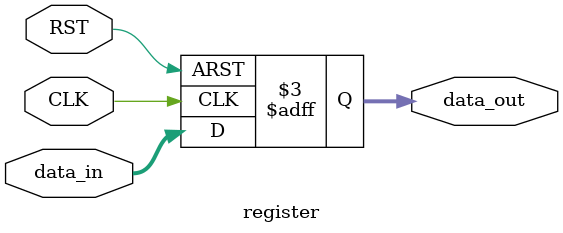
<source format=v>
module register #(
	parameter width=32
	)(
	input	wire					CLK,
	input	wire 					RST,  /*active low asynchronous reset*/
	input 	wire 	[width-1:0]		data_in,
	output	reg		[width-1:0]		data_out
    );
	 
	 always @(posedge CLK,negedge RST)begin
		if(!RST)begin
			data_out <= 'd0;
		end
		else begin
			data_out <= data_in;
		end
	 end

endmodule

</source>
